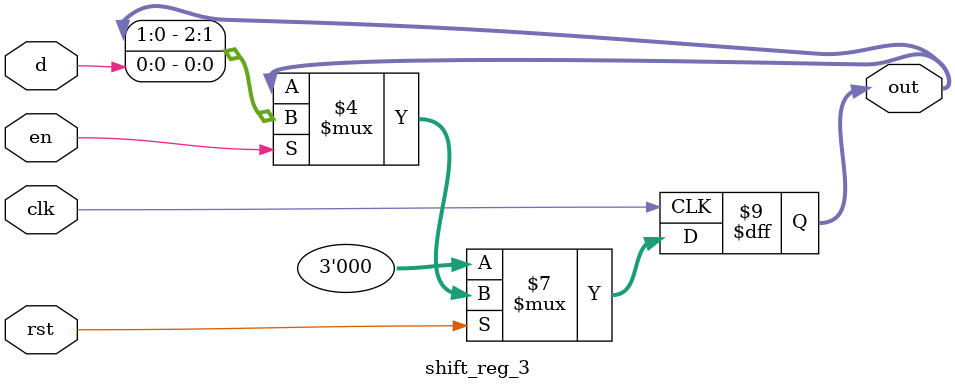
<source format=v>
module shift_reg_640(
    input d,
    input clk,
    input en,
    input rst,
    output [639:0] out
);
always@(posedge clk)begin
    if(!rst)begin
        out<=0;
    end
    else begin
        if(en) begin
            out <= {out[638:0],d};
        end
        else begin
            out <= out;
        end
    end
end

endmodule

module shift_reg_3(
    input d,
    input clk,
    input en,
    input rst,
    output [2:0] out
);
always@(posedge clk)begin
    if(!rst)begin
        out<=0;
    end
    else begin
        if(en) begin
            out <= {out[1:0],d};
        end
        else begin
            out <= out;
        end
    end
end

endmodule
</source>
